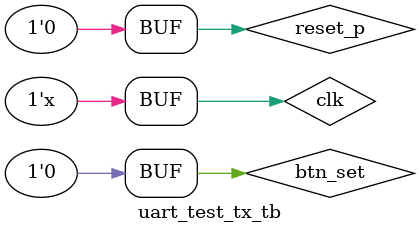
<source format=v>
`timescale 1ns / 1ps


module uart_test_tx(
    input clk,             // FPGA Å¬·°
    input reset_p,           // ¸®¼Â ½ÅÈ£
    input transmit, // Àü¼Û Æ®¸®°Å
    input [7:0] sw,
    output reg Tx,         // UART Àü¼Û ÇÉ
    output [15:0] led_debug);

    parameter CLOCK_FREQ = 100000000; // 100 MHz
    parameter BAUD_RATE = 9600;
    parameter BIT_PERIOD = CLOCK_FREQ / BAUD_RATE; // ÇÑ period ÁÖÆÄ¼ö¸¦ º¸µå·¹ÀÌÆ®·Î ³ª´®
    
    parameter S_IDLE = 4'b0001;
    parameter S_START_BIT = 4'b0010;
    parameter S_DATA_BITS = 4'b0100;
    parameter S_STOP_BIT = 4'b1000;
    
    reg [3:0] state, next_state;
    reg [3:0] bit_index;    // ÇöÀç Àü¼Û ÁßÀÎ ºñÆ®ÀÇ ÀÎµ¦½º
    reg [9:0] shiftright_register; // 10 bits that will be serially transmitted through UART to the basys3
     
    // For Test
    assign led_debug[3:0] = state;
    //assign led_debug[4] = tx;
    // µð¹ö±×¸¦ À§ÇÑ ½ÅÈ£ Ãâ·Â
   // assign led_debug[5] = counter_usec_en;  // Ä«¿îÅÍ µ¿ÀÛ »óÅÂ È®ÀÎ
    assign led_debug[15:6] = sw;
    
    // ???? next_state?? state ?????? ??¡Æ??
    always @(posedge clk or posedge reset_p) begin
        if(reset_p) state = S_IDLE;
        else state = next_state;
    end
    
    // get 10us negative one cycle pulse
    wire clk_usec;
    clock_div_100   usec_clk( .clk(clk), .reset_p(reset_p), .clk_div_100_nedge(clk_usec));     // 1us
    
     // making usec counter.
    reg [31:0] counter_usec;
    reg counter_usec_en;
    
    always @(negedge clk or posedge reset_p) begin
        if(reset_p) begin counter_usec = 0;
        end else if(clk_usec && counter_usec_en) counter_usec = counter_usec + 1;
        else if(!counter_usec_en) counter_usec = 0;
    end

    always @(posedge clk or posedge reset_p) begin
        if (reset_p) begin
            next_state = S_IDLE;
            Tx = 1;         // ±âº» »óÅÂ (¾ÆÀÌµé »óÅÂ¿¡¼­ tx´Â 1)
            bit_index = 0;
            counter_usec_en = 0;
            shiftright_register = {1'b1, sw, 1'b0};
    end 
        else begin
            case(state)
            S_IDLE: begin
                    Tx = 1;
                    bit_index = 0;  // ºñÆ® ÀÎµ¦½º¸¦ ÃÊ±âÈ­
                    counter_usec_en = 0; // Ä«¿îÅÍ¸¦ ÃÊ±âÈ­
                    shiftright_register = {1'b1, sw[7:0], 1'b0};
                if (transmit) begin
                    next_state = S_START_BIT;
                end else begin
                    next_state = S_IDLE;
                end 
            end
            S_START_BIT: begin
                if (counter_usec < BIT_PERIOD-1) begin
                   counter_usec_en = 1;
                    Tx = shiftright_register[0]; // LSBºÎÅÍ Àü¼Û
                end 
                else begin
                    counter_usec_en = 0; // Ä«¿îÅÍ¸¦ ÃÊ±âÈ­
                    next_state = S_DATA_BITS;
                end
            end
            S_DATA_BITS: begin     
                if (counter_usec < BIT_PERIOD-1) begin
                    counter_usec_en = 1;
                    Tx = shiftright_register[0]; // LSBºÎÅÍ Àü¼Û
                end  
                else begin
                    counter_usec_en = 0; // Ä«¿îÅÍ¸¦ ÃÊ±âÈ­
                    shiftright_register = {1'b1, shiftright_register[9:1]}; // ¿À¸¥ÂÊÀ¸·Î ½ÃÇÁÆ®
                    if(bit_index == 7)begin
                        next_state = S_STOP_BIT;
                        bit_index = 0;
                    end 
                    else begin
                        bit_index = bit_index + 1;
                        next_state = S_DATA_BITS;
                    end
                end  
            end
            S_STOP_BIT: begin
                if (counter_usec < BIT_PERIOD-1) begin
                    counter_usec_en = 1;
                    Tx = 1;
                end              
                else begin
                    counter_usec_en = 0; // Ä«¿îÅÍ¸¦ ÃÊ±âÈ­
                    next_state = S_IDLE;
                end
            end
            default: begin
                    next_state = S_IDLE;
            end
            endcase
        end  
    end
   
endmodule



module uart_test_tx_tb;

    reg clk;
    reg reset_p;
    reg btn_set;
    wire tx;
    wire [5:0] led_debug;

    // Å¬·° »ý¼º (100MHz)
    always #5 clk = ~clk;

    // DUT (Device Under Test) ÀÎ½ºÅÏ½ºÈ­
    uart_test_tx uut (
        .clk(clk),
        .reset_p(reset_p),
        .btn_set(btn_set),
        .tx(tx),
        .led_debug(led_debug)
    );

    initial begin
        // ÃÊ±â ½ÅÈ£ ¼³Á¤
        clk = 0;
        reset_p = 1;
        btn_set = 0;

        // ¸®¼Â ÇØÁ¦ ÈÄ ½Ã¹Ä·¹ÀÌ¼Ç ½ÃÀÛ
        #20 reset_p = 0;
        #10 btn_set = 1;
        #20 btn_set = 0;

    end
endmodule



</source>
